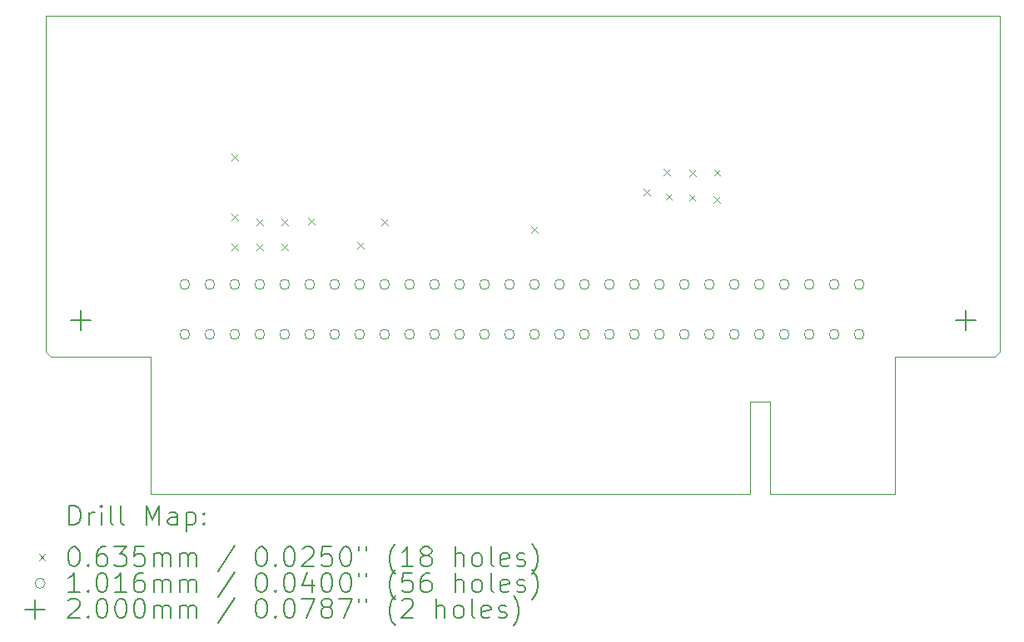
<source format=gbr>
%TF.GenerationSoftware,KiCad,Pcbnew,7.0.1*%
%TF.CreationDate,2023-10-11T14:29:49+03:00*%
%TF.ProjectId,DeltaS48k-convertor,44656c74-6153-4343-986b-2d636f6e7665,rev?*%
%TF.SameCoordinates,Original*%
%TF.FileFunction,Drillmap*%
%TF.FilePolarity,Positive*%
%FSLAX45Y45*%
G04 Gerber Fmt 4.5, Leading zero omitted, Abs format (unit mm)*
G04 Created by KiCad (PCBNEW 7.0.1) date 2023-10-11 14:29:49*
%MOMM*%
%LPD*%
G01*
G04 APERTURE LIST*
%ADD10C,0.100000*%
%ADD11C,0.200000*%
%ADD12C,0.063500*%
%ADD13C,0.101600*%
G04 APERTURE END LIST*
D10*
X17544802Y-3500202D02*
X7842002Y-3500202D01*
X7842002Y-3500202D02*
X7842002Y-6925351D01*
X7842002Y-6925351D02*
X7892802Y-6976151D01*
X15208002Y-8369300D02*
X16478002Y-8369300D01*
X7892802Y-6976151D02*
X8908802Y-6976151D01*
X15004802Y-8369300D02*
X15004802Y-7429500D01*
X15208002Y-7429500D02*
X15208002Y-8369300D01*
X16478002Y-6976151D02*
X17494002Y-6976151D01*
X17544802Y-6925351D02*
X17544802Y-3500202D01*
X8908802Y-8369300D02*
X15004802Y-8369300D01*
X17494002Y-6976151D02*
X17544802Y-6925351D01*
X15004802Y-7429500D02*
X15208002Y-7429500D01*
X16478002Y-8369300D02*
X16478002Y-6976151D01*
X8908802Y-6976151D02*
X8908802Y-8369300D01*
D11*
D12*
X9734550Y-4908550D02*
X9798050Y-4972050D01*
X9798050Y-4908550D02*
X9734550Y-4972050D01*
X9734550Y-5518150D02*
X9798050Y-5581650D01*
X9798050Y-5518150D02*
X9734550Y-5581650D01*
X9734550Y-5822950D02*
X9798050Y-5886450D01*
X9798050Y-5822950D02*
X9734550Y-5886450D01*
X9988550Y-5568950D02*
X10052050Y-5632450D01*
X10052050Y-5568950D02*
X9988550Y-5632450D01*
X9988550Y-5822950D02*
X10052050Y-5886450D01*
X10052050Y-5822950D02*
X9988550Y-5886450D01*
X10242550Y-5568950D02*
X10306050Y-5632450D01*
X10306050Y-5568950D02*
X10242550Y-5632450D01*
X10242550Y-5822950D02*
X10306050Y-5886450D01*
X10306050Y-5822950D02*
X10242550Y-5886450D01*
X10514414Y-5561414D02*
X10577914Y-5624914D01*
X10577914Y-5561414D02*
X10514414Y-5624914D01*
X11012086Y-5805086D02*
X11075586Y-5868586D01*
X11075586Y-5805086D02*
X11012086Y-5868586D01*
X11258550Y-5568950D02*
X11322050Y-5632450D01*
X11322050Y-5568950D02*
X11258550Y-5632450D01*
X12782550Y-5645150D02*
X12846050Y-5708650D01*
X12846050Y-5645150D02*
X12782550Y-5708650D01*
X13925550Y-5264150D02*
X13989050Y-5327650D01*
X13989050Y-5264150D02*
X13925550Y-5327650D01*
X14128750Y-5060950D02*
X14192250Y-5124450D01*
X14192250Y-5060950D02*
X14128750Y-5124450D01*
X14148338Y-5309138D02*
X14211838Y-5372638D01*
X14211838Y-5309138D02*
X14148338Y-5372638D01*
X14387639Y-5319839D02*
X14451139Y-5383339D01*
X14451139Y-5319839D02*
X14387639Y-5383339D01*
X14389638Y-5067838D02*
X14453138Y-5131338D01*
X14453138Y-5067838D02*
X14389638Y-5131338D01*
X14636750Y-5340350D02*
X14700250Y-5403850D01*
X14700250Y-5340350D02*
X14636750Y-5403850D01*
X14641639Y-5065839D02*
X14705139Y-5129339D01*
X14705139Y-5065839D02*
X14641639Y-5129339D01*
D13*
X9309100Y-6235700D02*
G75*
G03*
X9309100Y-6235700I-50800J0D01*
G01*
X9309100Y-6743700D02*
G75*
G03*
X9309100Y-6743700I-50800J0D01*
G01*
X9563100Y-6235700D02*
G75*
G03*
X9563100Y-6235700I-50800J0D01*
G01*
X9563100Y-6743700D02*
G75*
G03*
X9563100Y-6743700I-50800J0D01*
G01*
X9817100Y-6235700D02*
G75*
G03*
X9817100Y-6235700I-50800J0D01*
G01*
X9817100Y-6743700D02*
G75*
G03*
X9817100Y-6743700I-50800J0D01*
G01*
X10071100Y-6235700D02*
G75*
G03*
X10071100Y-6235700I-50800J0D01*
G01*
X10071100Y-6743700D02*
G75*
G03*
X10071100Y-6743700I-50800J0D01*
G01*
X10325100Y-6235700D02*
G75*
G03*
X10325100Y-6235700I-50800J0D01*
G01*
X10325100Y-6743700D02*
G75*
G03*
X10325100Y-6743700I-50800J0D01*
G01*
X10579100Y-6235700D02*
G75*
G03*
X10579100Y-6235700I-50800J0D01*
G01*
X10579100Y-6743700D02*
G75*
G03*
X10579100Y-6743700I-50800J0D01*
G01*
X10833100Y-6235700D02*
G75*
G03*
X10833100Y-6235700I-50800J0D01*
G01*
X10833100Y-6743700D02*
G75*
G03*
X10833100Y-6743700I-50800J0D01*
G01*
X11087100Y-6235700D02*
G75*
G03*
X11087100Y-6235700I-50800J0D01*
G01*
X11087100Y-6743700D02*
G75*
G03*
X11087100Y-6743700I-50800J0D01*
G01*
X11341100Y-6235700D02*
G75*
G03*
X11341100Y-6235700I-50800J0D01*
G01*
X11341100Y-6743700D02*
G75*
G03*
X11341100Y-6743700I-50800J0D01*
G01*
X11595100Y-6235700D02*
G75*
G03*
X11595100Y-6235700I-50800J0D01*
G01*
X11595100Y-6743700D02*
G75*
G03*
X11595100Y-6743700I-50800J0D01*
G01*
X11849100Y-6235700D02*
G75*
G03*
X11849100Y-6235700I-50800J0D01*
G01*
X11849100Y-6743700D02*
G75*
G03*
X11849100Y-6743700I-50800J0D01*
G01*
X12103100Y-6235700D02*
G75*
G03*
X12103100Y-6235700I-50800J0D01*
G01*
X12103100Y-6743700D02*
G75*
G03*
X12103100Y-6743700I-50800J0D01*
G01*
X12357100Y-6235700D02*
G75*
G03*
X12357100Y-6235700I-50800J0D01*
G01*
X12357100Y-6743700D02*
G75*
G03*
X12357100Y-6743700I-50800J0D01*
G01*
X12611100Y-6235700D02*
G75*
G03*
X12611100Y-6235700I-50800J0D01*
G01*
X12611100Y-6743700D02*
G75*
G03*
X12611100Y-6743700I-50800J0D01*
G01*
X12865100Y-6235700D02*
G75*
G03*
X12865100Y-6235700I-50800J0D01*
G01*
X12865100Y-6743700D02*
G75*
G03*
X12865100Y-6743700I-50800J0D01*
G01*
X13119100Y-6235700D02*
G75*
G03*
X13119100Y-6235700I-50800J0D01*
G01*
X13119100Y-6743700D02*
G75*
G03*
X13119100Y-6743700I-50800J0D01*
G01*
X13373100Y-6235700D02*
G75*
G03*
X13373100Y-6235700I-50800J0D01*
G01*
X13373100Y-6743700D02*
G75*
G03*
X13373100Y-6743700I-50800J0D01*
G01*
X13627100Y-6235700D02*
G75*
G03*
X13627100Y-6235700I-50800J0D01*
G01*
X13627100Y-6743700D02*
G75*
G03*
X13627100Y-6743700I-50800J0D01*
G01*
X13881100Y-6235700D02*
G75*
G03*
X13881100Y-6235700I-50800J0D01*
G01*
X13881100Y-6743700D02*
G75*
G03*
X13881100Y-6743700I-50800J0D01*
G01*
X14135100Y-6235700D02*
G75*
G03*
X14135100Y-6235700I-50800J0D01*
G01*
X14135100Y-6743700D02*
G75*
G03*
X14135100Y-6743700I-50800J0D01*
G01*
X14389100Y-6235700D02*
G75*
G03*
X14389100Y-6235700I-50800J0D01*
G01*
X14389100Y-6743700D02*
G75*
G03*
X14389100Y-6743700I-50800J0D01*
G01*
X14643100Y-6235700D02*
G75*
G03*
X14643100Y-6235700I-50800J0D01*
G01*
X14643100Y-6743700D02*
G75*
G03*
X14643100Y-6743700I-50800J0D01*
G01*
X14897100Y-6235700D02*
G75*
G03*
X14897100Y-6235700I-50800J0D01*
G01*
X14897100Y-6743700D02*
G75*
G03*
X14897100Y-6743700I-50800J0D01*
G01*
X15151100Y-6235700D02*
G75*
G03*
X15151100Y-6235700I-50800J0D01*
G01*
X15151100Y-6743700D02*
G75*
G03*
X15151100Y-6743700I-50800J0D01*
G01*
X15405100Y-6235700D02*
G75*
G03*
X15405100Y-6235700I-50800J0D01*
G01*
X15405100Y-6743700D02*
G75*
G03*
X15405100Y-6743700I-50800J0D01*
G01*
X15659100Y-6235700D02*
G75*
G03*
X15659100Y-6235700I-50800J0D01*
G01*
X15659100Y-6743700D02*
G75*
G03*
X15659100Y-6743700I-50800J0D01*
G01*
X15913100Y-6235700D02*
G75*
G03*
X15913100Y-6235700I-50800J0D01*
G01*
X15913100Y-6743700D02*
G75*
G03*
X15913100Y-6743700I-50800J0D01*
G01*
X16167100Y-6235700D02*
G75*
G03*
X16167100Y-6235700I-50800J0D01*
G01*
X16167100Y-6743700D02*
G75*
G03*
X16167100Y-6743700I-50800J0D01*
G01*
D11*
X8200000Y-6500000D02*
X8200000Y-6700000D01*
X8100000Y-6600000D02*
X8300000Y-6600000D01*
X17200000Y-6500000D02*
X17200000Y-6700000D01*
X17100000Y-6600000D02*
X17300000Y-6600000D01*
X8084621Y-8686824D02*
X8084621Y-8486824D01*
X8084621Y-8486824D02*
X8132240Y-8486824D01*
X8132240Y-8486824D02*
X8160811Y-8496348D01*
X8160811Y-8496348D02*
X8179859Y-8515395D01*
X8179859Y-8515395D02*
X8189383Y-8534443D01*
X8189383Y-8534443D02*
X8198907Y-8572538D01*
X8198907Y-8572538D02*
X8198907Y-8601110D01*
X8198907Y-8601110D02*
X8189383Y-8639205D01*
X8189383Y-8639205D02*
X8179859Y-8658252D01*
X8179859Y-8658252D02*
X8160811Y-8677300D01*
X8160811Y-8677300D02*
X8132240Y-8686824D01*
X8132240Y-8686824D02*
X8084621Y-8686824D01*
X8284621Y-8686824D02*
X8284621Y-8553490D01*
X8284621Y-8591586D02*
X8294145Y-8572538D01*
X8294145Y-8572538D02*
X8303669Y-8563014D01*
X8303669Y-8563014D02*
X8322716Y-8553490D01*
X8322716Y-8553490D02*
X8341764Y-8553490D01*
X8408431Y-8686824D02*
X8408431Y-8553490D01*
X8408431Y-8486824D02*
X8398907Y-8496348D01*
X8398907Y-8496348D02*
X8408431Y-8505871D01*
X8408431Y-8505871D02*
X8417954Y-8496348D01*
X8417954Y-8496348D02*
X8408431Y-8486824D01*
X8408431Y-8486824D02*
X8408431Y-8505871D01*
X8532240Y-8686824D02*
X8513192Y-8677300D01*
X8513192Y-8677300D02*
X8503669Y-8658252D01*
X8503669Y-8658252D02*
X8503669Y-8486824D01*
X8637002Y-8686824D02*
X8617954Y-8677300D01*
X8617954Y-8677300D02*
X8608431Y-8658252D01*
X8608431Y-8658252D02*
X8608431Y-8486824D01*
X8865573Y-8686824D02*
X8865573Y-8486824D01*
X8865573Y-8486824D02*
X8932240Y-8629681D01*
X8932240Y-8629681D02*
X8998907Y-8486824D01*
X8998907Y-8486824D02*
X8998907Y-8686824D01*
X9179859Y-8686824D02*
X9179859Y-8582062D01*
X9179859Y-8582062D02*
X9170335Y-8563014D01*
X9170335Y-8563014D02*
X9151288Y-8553490D01*
X9151288Y-8553490D02*
X9113192Y-8553490D01*
X9113192Y-8553490D02*
X9094145Y-8563014D01*
X9179859Y-8677300D02*
X9160812Y-8686824D01*
X9160812Y-8686824D02*
X9113192Y-8686824D01*
X9113192Y-8686824D02*
X9094145Y-8677300D01*
X9094145Y-8677300D02*
X9084621Y-8658252D01*
X9084621Y-8658252D02*
X9084621Y-8639205D01*
X9084621Y-8639205D02*
X9094145Y-8620157D01*
X9094145Y-8620157D02*
X9113192Y-8610633D01*
X9113192Y-8610633D02*
X9160812Y-8610633D01*
X9160812Y-8610633D02*
X9179859Y-8601110D01*
X9275097Y-8553490D02*
X9275097Y-8753490D01*
X9275097Y-8563014D02*
X9294145Y-8553490D01*
X9294145Y-8553490D02*
X9332240Y-8553490D01*
X9332240Y-8553490D02*
X9351288Y-8563014D01*
X9351288Y-8563014D02*
X9360812Y-8572538D01*
X9360812Y-8572538D02*
X9370335Y-8591586D01*
X9370335Y-8591586D02*
X9370335Y-8648729D01*
X9370335Y-8648729D02*
X9360812Y-8667776D01*
X9360812Y-8667776D02*
X9351288Y-8677300D01*
X9351288Y-8677300D02*
X9332240Y-8686824D01*
X9332240Y-8686824D02*
X9294145Y-8686824D01*
X9294145Y-8686824D02*
X9275097Y-8677300D01*
X9456050Y-8667776D02*
X9465573Y-8677300D01*
X9465573Y-8677300D02*
X9456050Y-8686824D01*
X9456050Y-8686824D02*
X9446526Y-8677300D01*
X9446526Y-8677300D02*
X9456050Y-8667776D01*
X9456050Y-8667776D02*
X9456050Y-8686824D01*
X9456050Y-8563014D02*
X9465573Y-8572538D01*
X9465573Y-8572538D02*
X9456050Y-8582062D01*
X9456050Y-8582062D02*
X9446526Y-8572538D01*
X9446526Y-8572538D02*
X9456050Y-8563014D01*
X9456050Y-8563014D02*
X9456050Y-8582062D01*
D12*
X7773502Y-8982550D02*
X7837002Y-9046050D01*
X7837002Y-8982550D02*
X7773502Y-9046050D01*
D11*
X8122716Y-8906824D02*
X8141764Y-8906824D01*
X8141764Y-8906824D02*
X8160811Y-8916348D01*
X8160811Y-8916348D02*
X8170335Y-8925871D01*
X8170335Y-8925871D02*
X8179859Y-8944919D01*
X8179859Y-8944919D02*
X8189383Y-8983014D01*
X8189383Y-8983014D02*
X8189383Y-9030633D01*
X8189383Y-9030633D02*
X8179859Y-9068729D01*
X8179859Y-9068729D02*
X8170335Y-9087776D01*
X8170335Y-9087776D02*
X8160811Y-9097300D01*
X8160811Y-9097300D02*
X8141764Y-9106824D01*
X8141764Y-9106824D02*
X8122716Y-9106824D01*
X8122716Y-9106824D02*
X8103669Y-9097300D01*
X8103669Y-9097300D02*
X8094145Y-9087776D01*
X8094145Y-9087776D02*
X8084621Y-9068729D01*
X8084621Y-9068729D02*
X8075097Y-9030633D01*
X8075097Y-9030633D02*
X8075097Y-8983014D01*
X8075097Y-8983014D02*
X8084621Y-8944919D01*
X8084621Y-8944919D02*
X8094145Y-8925871D01*
X8094145Y-8925871D02*
X8103669Y-8916348D01*
X8103669Y-8916348D02*
X8122716Y-8906824D01*
X8275097Y-9087776D02*
X8284621Y-9097300D01*
X8284621Y-9097300D02*
X8275097Y-9106824D01*
X8275097Y-9106824D02*
X8265573Y-9097300D01*
X8265573Y-9097300D02*
X8275097Y-9087776D01*
X8275097Y-9087776D02*
X8275097Y-9106824D01*
X8456050Y-8906824D02*
X8417954Y-8906824D01*
X8417954Y-8906824D02*
X8398907Y-8916348D01*
X8398907Y-8916348D02*
X8389383Y-8925871D01*
X8389383Y-8925871D02*
X8370335Y-8954443D01*
X8370335Y-8954443D02*
X8360811Y-8992538D01*
X8360811Y-8992538D02*
X8360811Y-9068729D01*
X8360811Y-9068729D02*
X8370335Y-9087776D01*
X8370335Y-9087776D02*
X8379859Y-9097300D01*
X8379859Y-9097300D02*
X8398907Y-9106824D01*
X8398907Y-9106824D02*
X8437002Y-9106824D01*
X8437002Y-9106824D02*
X8456050Y-9097300D01*
X8456050Y-9097300D02*
X8465573Y-9087776D01*
X8465573Y-9087776D02*
X8475097Y-9068729D01*
X8475097Y-9068729D02*
X8475097Y-9021110D01*
X8475097Y-9021110D02*
X8465573Y-9002062D01*
X8465573Y-9002062D02*
X8456050Y-8992538D01*
X8456050Y-8992538D02*
X8437002Y-8983014D01*
X8437002Y-8983014D02*
X8398907Y-8983014D01*
X8398907Y-8983014D02*
X8379859Y-8992538D01*
X8379859Y-8992538D02*
X8370335Y-9002062D01*
X8370335Y-9002062D02*
X8360811Y-9021110D01*
X8541764Y-8906824D02*
X8665573Y-8906824D01*
X8665573Y-8906824D02*
X8598907Y-8983014D01*
X8598907Y-8983014D02*
X8627478Y-8983014D01*
X8627478Y-8983014D02*
X8646526Y-8992538D01*
X8646526Y-8992538D02*
X8656050Y-9002062D01*
X8656050Y-9002062D02*
X8665573Y-9021110D01*
X8665573Y-9021110D02*
X8665573Y-9068729D01*
X8665573Y-9068729D02*
X8656050Y-9087776D01*
X8656050Y-9087776D02*
X8646526Y-9097300D01*
X8646526Y-9097300D02*
X8627478Y-9106824D01*
X8627478Y-9106824D02*
X8570335Y-9106824D01*
X8570335Y-9106824D02*
X8551288Y-9097300D01*
X8551288Y-9097300D02*
X8541764Y-9087776D01*
X8846526Y-8906824D02*
X8751288Y-8906824D01*
X8751288Y-8906824D02*
X8741764Y-9002062D01*
X8741764Y-9002062D02*
X8751288Y-8992538D01*
X8751288Y-8992538D02*
X8770335Y-8983014D01*
X8770335Y-8983014D02*
X8817954Y-8983014D01*
X8817954Y-8983014D02*
X8837002Y-8992538D01*
X8837002Y-8992538D02*
X8846526Y-9002062D01*
X8846526Y-9002062D02*
X8856050Y-9021110D01*
X8856050Y-9021110D02*
X8856050Y-9068729D01*
X8856050Y-9068729D02*
X8846526Y-9087776D01*
X8846526Y-9087776D02*
X8837002Y-9097300D01*
X8837002Y-9097300D02*
X8817954Y-9106824D01*
X8817954Y-9106824D02*
X8770335Y-9106824D01*
X8770335Y-9106824D02*
X8751288Y-9097300D01*
X8751288Y-9097300D02*
X8741764Y-9087776D01*
X8941764Y-9106824D02*
X8941764Y-8973490D01*
X8941764Y-8992538D02*
X8951288Y-8983014D01*
X8951288Y-8983014D02*
X8970335Y-8973490D01*
X8970335Y-8973490D02*
X8998907Y-8973490D01*
X8998907Y-8973490D02*
X9017954Y-8983014D01*
X9017954Y-8983014D02*
X9027478Y-9002062D01*
X9027478Y-9002062D02*
X9027478Y-9106824D01*
X9027478Y-9002062D02*
X9037002Y-8983014D01*
X9037002Y-8983014D02*
X9056050Y-8973490D01*
X9056050Y-8973490D02*
X9084621Y-8973490D01*
X9084621Y-8973490D02*
X9103669Y-8983014D01*
X9103669Y-8983014D02*
X9113193Y-9002062D01*
X9113193Y-9002062D02*
X9113193Y-9106824D01*
X9208431Y-9106824D02*
X9208431Y-8973490D01*
X9208431Y-8992538D02*
X9217954Y-8983014D01*
X9217954Y-8983014D02*
X9237002Y-8973490D01*
X9237002Y-8973490D02*
X9265574Y-8973490D01*
X9265574Y-8973490D02*
X9284621Y-8983014D01*
X9284621Y-8983014D02*
X9294145Y-9002062D01*
X9294145Y-9002062D02*
X9294145Y-9106824D01*
X9294145Y-9002062D02*
X9303669Y-8983014D01*
X9303669Y-8983014D02*
X9322716Y-8973490D01*
X9322716Y-8973490D02*
X9351288Y-8973490D01*
X9351288Y-8973490D02*
X9370335Y-8983014D01*
X9370335Y-8983014D02*
X9379859Y-9002062D01*
X9379859Y-9002062D02*
X9379859Y-9106824D01*
X9770335Y-8897300D02*
X9598907Y-9154443D01*
X10027478Y-8906824D02*
X10046526Y-8906824D01*
X10046526Y-8906824D02*
X10065574Y-8916348D01*
X10065574Y-8916348D02*
X10075097Y-8925871D01*
X10075097Y-8925871D02*
X10084621Y-8944919D01*
X10084621Y-8944919D02*
X10094145Y-8983014D01*
X10094145Y-8983014D02*
X10094145Y-9030633D01*
X10094145Y-9030633D02*
X10084621Y-9068729D01*
X10084621Y-9068729D02*
X10075097Y-9087776D01*
X10075097Y-9087776D02*
X10065574Y-9097300D01*
X10065574Y-9097300D02*
X10046526Y-9106824D01*
X10046526Y-9106824D02*
X10027478Y-9106824D01*
X10027478Y-9106824D02*
X10008431Y-9097300D01*
X10008431Y-9097300D02*
X9998907Y-9087776D01*
X9998907Y-9087776D02*
X9989383Y-9068729D01*
X9989383Y-9068729D02*
X9979859Y-9030633D01*
X9979859Y-9030633D02*
X9979859Y-8983014D01*
X9979859Y-8983014D02*
X9989383Y-8944919D01*
X9989383Y-8944919D02*
X9998907Y-8925871D01*
X9998907Y-8925871D02*
X10008431Y-8916348D01*
X10008431Y-8916348D02*
X10027478Y-8906824D01*
X10179859Y-9087776D02*
X10189383Y-9097300D01*
X10189383Y-9097300D02*
X10179859Y-9106824D01*
X10179859Y-9106824D02*
X10170336Y-9097300D01*
X10170336Y-9097300D02*
X10179859Y-9087776D01*
X10179859Y-9087776D02*
X10179859Y-9106824D01*
X10313193Y-8906824D02*
X10332240Y-8906824D01*
X10332240Y-8906824D02*
X10351288Y-8916348D01*
X10351288Y-8916348D02*
X10360812Y-8925871D01*
X10360812Y-8925871D02*
X10370336Y-8944919D01*
X10370336Y-8944919D02*
X10379859Y-8983014D01*
X10379859Y-8983014D02*
X10379859Y-9030633D01*
X10379859Y-9030633D02*
X10370336Y-9068729D01*
X10370336Y-9068729D02*
X10360812Y-9087776D01*
X10360812Y-9087776D02*
X10351288Y-9097300D01*
X10351288Y-9097300D02*
X10332240Y-9106824D01*
X10332240Y-9106824D02*
X10313193Y-9106824D01*
X10313193Y-9106824D02*
X10294145Y-9097300D01*
X10294145Y-9097300D02*
X10284621Y-9087776D01*
X10284621Y-9087776D02*
X10275097Y-9068729D01*
X10275097Y-9068729D02*
X10265574Y-9030633D01*
X10265574Y-9030633D02*
X10265574Y-8983014D01*
X10265574Y-8983014D02*
X10275097Y-8944919D01*
X10275097Y-8944919D02*
X10284621Y-8925871D01*
X10284621Y-8925871D02*
X10294145Y-8916348D01*
X10294145Y-8916348D02*
X10313193Y-8906824D01*
X10456050Y-8925871D02*
X10465574Y-8916348D01*
X10465574Y-8916348D02*
X10484621Y-8906824D01*
X10484621Y-8906824D02*
X10532240Y-8906824D01*
X10532240Y-8906824D02*
X10551288Y-8916348D01*
X10551288Y-8916348D02*
X10560812Y-8925871D01*
X10560812Y-8925871D02*
X10570336Y-8944919D01*
X10570336Y-8944919D02*
X10570336Y-8963967D01*
X10570336Y-8963967D02*
X10560812Y-8992538D01*
X10560812Y-8992538D02*
X10446526Y-9106824D01*
X10446526Y-9106824D02*
X10570336Y-9106824D01*
X10751288Y-8906824D02*
X10656050Y-8906824D01*
X10656050Y-8906824D02*
X10646526Y-9002062D01*
X10646526Y-9002062D02*
X10656050Y-8992538D01*
X10656050Y-8992538D02*
X10675097Y-8983014D01*
X10675097Y-8983014D02*
X10722717Y-8983014D01*
X10722717Y-8983014D02*
X10741764Y-8992538D01*
X10741764Y-8992538D02*
X10751288Y-9002062D01*
X10751288Y-9002062D02*
X10760812Y-9021110D01*
X10760812Y-9021110D02*
X10760812Y-9068729D01*
X10760812Y-9068729D02*
X10751288Y-9087776D01*
X10751288Y-9087776D02*
X10741764Y-9097300D01*
X10741764Y-9097300D02*
X10722717Y-9106824D01*
X10722717Y-9106824D02*
X10675097Y-9106824D01*
X10675097Y-9106824D02*
X10656050Y-9097300D01*
X10656050Y-9097300D02*
X10646526Y-9087776D01*
X10884621Y-8906824D02*
X10903669Y-8906824D01*
X10903669Y-8906824D02*
X10922717Y-8916348D01*
X10922717Y-8916348D02*
X10932240Y-8925871D01*
X10932240Y-8925871D02*
X10941764Y-8944919D01*
X10941764Y-8944919D02*
X10951288Y-8983014D01*
X10951288Y-8983014D02*
X10951288Y-9030633D01*
X10951288Y-9030633D02*
X10941764Y-9068729D01*
X10941764Y-9068729D02*
X10932240Y-9087776D01*
X10932240Y-9087776D02*
X10922717Y-9097300D01*
X10922717Y-9097300D02*
X10903669Y-9106824D01*
X10903669Y-9106824D02*
X10884621Y-9106824D01*
X10884621Y-9106824D02*
X10865574Y-9097300D01*
X10865574Y-9097300D02*
X10856050Y-9087776D01*
X10856050Y-9087776D02*
X10846526Y-9068729D01*
X10846526Y-9068729D02*
X10837002Y-9030633D01*
X10837002Y-9030633D02*
X10837002Y-8983014D01*
X10837002Y-8983014D02*
X10846526Y-8944919D01*
X10846526Y-8944919D02*
X10856050Y-8925871D01*
X10856050Y-8925871D02*
X10865574Y-8916348D01*
X10865574Y-8916348D02*
X10884621Y-8906824D01*
X11027478Y-8906824D02*
X11027478Y-8944919D01*
X11103669Y-8906824D02*
X11103669Y-8944919D01*
X11398907Y-9183014D02*
X11389383Y-9173490D01*
X11389383Y-9173490D02*
X11370336Y-9144919D01*
X11370336Y-9144919D02*
X11360812Y-9125871D01*
X11360812Y-9125871D02*
X11351288Y-9097300D01*
X11351288Y-9097300D02*
X11341764Y-9049681D01*
X11341764Y-9049681D02*
X11341764Y-9011586D01*
X11341764Y-9011586D02*
X11351288Y-8963967D01*
X11351288Y-8963967D02*
X11360812Y-8935395D01*
X11360812Y-8935395D02*
X11370336Y-8916348D01*
X11370336Y-8916348D02*
X11389383Y-8887776D01*
X11389383Y-8887776D02*
X11398907Y-8878252D01*
X11579859Y-9106824D02*
X11465574Y-9106824D01*
X11522716Y-9106824D02*
X11522716Y-8906824D01*
X11522716Y-8906824D02*
X11503669Y-8935395D01*
X11503669Y-8935395D02*
X11484621Y-8954443D01*
X11484621Y-8954443D02*
X11465574Y-8963967D01*
X11694145Y-8992538D02*
X11675097Y-8983014D01*
X11675097Y-8983014D02*
X11665574Y-8973490D01*
X11665574Y-8973490D02*
X11656050Y-8954443D01*
X11656050Y-8954443D02*
X11656050Y-8944919D01*
X11656050Y-8944919D02*
X11665574Y-8925871D01*
X11665574Y-8925871D02*
X11675097Y-8916348D01*
X11675097Y-8916348D02*
X11694145Y-8906824D01*
X11694145Y-8906824D02*
X11732240Y-8906824D01*
X11732240Y-8906824D02*
X11751288Y-8916348D01*
X11751288Y-8916348D02*
X11760812Y-8925871D01*
X11760812Y-8925871D02*
X11770336Y-8944919D01*
X11770336Y-8944919D02*
X11770336Y-8954443D01*
X11770336Y-8954443D02*
X11760812Y-8973490D01*
X11760812Y-8973490D02*
X11751288Y-8983014D01*
X11751288Y-8983014D02*
X11732240Y-8992538D01*
X11732240Y-8992538D02*
X11694145Y-8992538D01*
X11694145Y-8992538D02*
X11675097Y-9002062D01*
X11675097Y-9002062D02*
X11665574Y-9011586D01*
X11665574Y-9011586D02*
X11656050Y-9030633D01*
X11656050Y-9030633D02*
X11656050Y-9068729D01*
X11656050Y-9068729D02*
X11665574Y-9087776D01*
X11665574Y-9087776D02*
X11675097Y-9097300D01*
X11675097Y-9097300D02*
X11694145Y-9106824D01*
X11694145Y-9106824D02*
X11732240Y-9106824D01*
X11732240Y-9106824D02*
X11751288Y-9097300D01*
X11751288Y-9097300D02*
X11760812Y-9087776D01*
X11760812Y-9087776D02*
X11770336Y-9068729D01*
X11770336Y-9068729D02*
X11770336Y-9030633D01*
X11770336Y-9030633D02*
X11760812Y-9011586D01*
X11760812Y-9011586D02*
X11751288Y-9002062D01*
X11751288Y-9002062D02*
X11732240Y-8992538D01*
X12008431Y-9106824D02*
X12008431Y-8906824D01*
X12094145Y-9106824D02*
X12094145Y-9002062D01*
X12094145Y-9002062D02*
X12084621Y-8983014D01*
X12084621Y-8983014D02*
X12065574Y-8973490D01*
X12065574Y-8973490D02*
X12037002Y-8973490D01*
X12037002Y-8973490D02*
X12017955Y-8983014D01*
X12017955Y-8983014D02*
X12008431Y-8992538D01*
X12217955Y-9106824D02*
X12198907Y-9097300D01*
X12198907Y-9097300D02*
X12189383Y-9087776D01*
X12189383Y-9087776D02*
X12179859Y-9068729D01*
X12179859Y-9068729D02*
X12179859Y-9011586D01*
X12179859Y-9011586D02*
X12189383Y-8992538D01*
X12189383Y-8992538D02*
X12198907Y-8983014D01*
X12198907Y-8983014D02*
X12217955Y-8973490D01*
X12217955Y-8973490D02*
X12246526Y-8973490D01*
X12246526Y-8973490D02*
X12265574Y-8983014D01*
X12265574Y-8983014D02*
X12275098Y-8992538D01*
X12275098Y-8992538D02*
X12284621Y-9011586D01*
X12284621Y-9011586D02*
X12284621Y-9068729D01*
X12284621Y-9068729D02*
X12275098Y-9087776D01*
X12275098Y-9087776D02*
X12265574Y-9097300D01*
X12265574Y-9097300D02*
X12246526Y-9106824D01*
X12246526Y-9106824D02*
X12217955Y-9106824D01*
X12398907Y-9106824D02*
X12379859Y-9097300D01*
X12379859Y-9097300D02*
X12370336Y-9078252D01*
X12370336Y-9078252D02*
X12370336Y-8906824D01*
X12551288Y-9097300D02*
X12532240Y-9106824D01*
X12532240Y-9106824D02*
X12494145Y-9106824D01*
X12494145Y-9106824D02*
X12475098Y-9097300D01*
X12475098Y-9097300D02*
X12465574Y-9078252D01*
X12465574Y-9078252D02*
X12465574Y-9002062D01*
X12465574Y-9002062D02*
X12475098Y-8983014D01*
X12475098Y-8983014D02*
X12494145Y-8973490D01*
X12494145Y-8973490D02*
X12532240Y-8973490D01*
X12532240Y-8973490D02*
X12551288Y-8983014D01*
X12551288Y-8983014D02*
X12560812Y-9002062D01*
X12560812Y-9002062D02*
X12560812Y-9021110D01*
X12560812Y-9021110D02*
X12465574Y-9040157D01*
X12637002Y-9097300D02*
X12656050Y-9106824D01*
X12656050Y-9106824D02*
X12694145Y-9106824D01*
X12694145Y-9106824D02*
X12713193Y-9097300D01*
X12713193Y-9097300D02*
X12722717Y-9078252D01*
X12722717Y-9078252D02*
X12722717Y-9068729D01*
X12722717Y-9068729D02*
X12713193Y-9049681D01*
X12713193Y-9049681D02*
X12694145Y-9040157D01*
X12694145Y-9040157D02*
X12665574Y-9040157D01*
X12665574Y-9040157D02*
X12646526Y-9030633D01*
X12646526Y-9030633D02*
X12637002Y-9011586D01*
X12637002Y-9011586D02*
X12637002Y-9002062D01*
X12637002Y-9002062D02*
X12646526Y-8983014D01*
X12646526Y-8983014D02*
X12665574Y-8973490D01*
X12665574Y-8973490D02*
X12694145Y-8973490D01*
X12694145Y-8973490D02*
X12713193Y-8983014D01*
X12789383Y-9183014D02*
X12798907Y-9173490D01*
X12798907Y-9173490D02*
X12817955Y-9144919D01*
X12817955Y-9144919D02*
X12827479Y-9125871D01*
X12827479Y-9125871D02*
X12837002Y-9097300D01*
X12837002Y-9097300D02*
X12846526Y-9049681D01*
X12846526Y-9049681D02*
X12846526Y-9011586D01*
X12846526Y-9011586D02*
X12837002Y-8963967D01*
X12837002Y-8963967D02*
X12827479Y-8935395D01*
X12827479Y-8935395D02*
X12817955Y-8916348D01*
X12817955Y-8916348D02*
X12798907Y-8887776D01*
X12798907Y-8887776D02*
X12789383Y-8878252D01*
D13*
X7837002Y-9278300D02*
G75*
G03*
X7837002Y-9278300I-50800J0D01*
G01*
D11*
X8189383Y-9370824D02*
X8075097Y-9370824D01*
X8132240Y-9370824D02*
X8132240Y-9170824D01*
X8132240Y-9170824D02*
X8113192Y-9199395D01*
X8113192Y-9199395D02*
X8094145Y-9218443D01*
X8094145Y-9218443D02*
X8075097Y-9227967D01*
X8275097Y-9351776D02*
X8284621Y-9361300D01*
X8284621Y-9361300D02*
X8275097Y-9370824D01*
X8275097Y-9370824D02*
X8265573Y-9361300D01*
X8265573Y-9361300D02*
X8275097Y-9351776D01*
X8275097Y-9351776D02*
X8275097Y-9370824D01*
X8408431Y-9170824D02*
X8427478Y-9170824D01*
X8427478Y-9170824D02*
X8446526Y-9180348D01*
X8446526Y-9180348D02*
X8456050Y-9189871D01*
X8456050Y-9189871D02*
X8465573Y-9208919D01*
X8465573Y-9208919D02*
X8475097Y-9247014D01*
X8475097Y-9247014D02*
X8475097Y-9294633D01*
X8475097Y-9294633D02*
X8465573Y-9332729D01*
X8465573Y-9332729D02*
X8456050Y-9351776D01*
X8456050Y-9351776D02*
X8446526Y-9361300D01*
X8446526Y-9361300D02*
X8427478Y-9370824D01*
X8427478Y-9370824D02*
X8408431Y-9370824D01*
X8408431Y-9370824D02*
X8389383Y-9361300D01*
X8389383Y-9361300D02*
X8379859Y-9351776D01*
X8379859Y-9351776D02*
X8370335Y-9332729D01*
X8370335Y-9332729D02*
X8360811Y-9294633D01*
X8360811Y-9294633D02*
X8360811Y-9247014D01*
X8360811Y-9247014D02*
X8370335Y-9208919D01*
X8370335Y-9208919D02*
X8379859Y-9189871D01*
X8379859Y-9189871D02*
X8389383Y-9180348D01*
X8389383Y-9180348D02*
X8408431Y-9170824D01*
X8665573Y-9370824D02*
X8551288Y-9370824D01*
X8608431Y-9370824D02*
X8608431Y-9170824D01*
X8608431Y-9170824D02*
X8589383Y-9199395D01*
X8589383Y-9199395D02*
X8570335Y-9218443D01*
X8570335Y-9218443D02*
X8551288Y-9227967D01*
X8837002Y-9170824D02*
X8798907Y-9170824D01*
X8798907Y-9170824D02*
X8779859Y-9180348D01*
X8779859Y-9180348D02*
X8770335Y-9189871D01*
X8770335Y-9189871D02*
X8751288Y-9218443D01*
X8751288Y-9218443D02*
X8741764Y-9256538D01*
X8741764Y-9256538D02*
X8741764Y-9332729D01*
X8741764Y-9332729D02*
X8751288Y-9351776D01*
X8751288Y-9351776D02*
X8760812Y-9361300D01*
X8760812Y-9361300D02*
X8779859Y-9370824D01*
X8779859Y-9370824D02*
X8817954Y-9370824D01*
X8817954Y-9370824D02*
X8837002Y-9361300D01*
X8837002Y-9361300D02*
X8846526Y-9351776D01*
X8846526Y-9351776D02*
X8856050Y-9332729D01*
X8856050Y-9332729D02*
X8856050Y-9285110D01*
X8856050Y-9285110D02*
X8846526Y-9266062D01*
X8846526Y-9266062D02*
X8837002Y-9256538D01*
X8837002Y-9256538D02*
X8817954Y-9247014D01*
X8817954Y-9247014D02*
X8779859Y-9247014D01*
X8779859Y-9247014D02*
X8760812Y-9256538D01*
X8760812Y-9256538D02*
X8751288Y-9266062D01*
X8751288Y-9266062D02*
X8741764Y-9285110D01*
X8941764Y-9370824D02*
X8941764Y-9237490D01*
X8941764Y-9256538D02*
X8951288Y-9247014D01*
X8951288Y-9247014D02*
X8970335Y-9237490D01*
X8970335Y-9237490D02*
X8998907Y-9237490D01*
X8998907Y-9237490D02*
X9017954Y-9247014D01*
X9017954Y-9247014D02*
X9027478Y-9266062D01*
X9027478Y-9266062D02*
X9027478Y-9370824D01*
X9027478Y-9266062D02*
X9037002Y-9247014D01*
X9037002Y-9247014D02*
X9056050Y-9237490D01*
X9056050Y-9237490D02*
X9084621Y-9237490D01*
X9084621Y-9237490D02*
X9103669Y-9247014D01*
X9103669Y-9247014D02*
X9113193Y-9266062D01*
X9113193Y-9266062D02*
X9113193Y-9370824D01*
X9208431Y-9370824D02*
X9208431Y-9237490D01*
X9208431Y-9256538D02*
X9217954Y-9247014D01*
X9217954Y-9247014D02*
X9237002Y-9237490D01*
X9237002Y-9237490D02*
X9265574Y-9237490D01*
X9265574Y-9237490D02*
X9284621Y-9247014D01*
X9284621Y-9247014D02*
X9294145Y-9266062D01*
X9294145Y-9266062D02*
X9294145Y-9370824D01*
X9294145Y-9266062D02*
X9303669Y-9247014D01*
X9303669Y-9247014D02*
X9322716Y-9237490D01*
X9322716Y-9237490D02*
X9351288Y-9237490D01*
X9351288Y-9237490D02*
X9370335Y-9247014D01*
X9370335Y-9247014D02*
X9379859Y-9266062D01*
X9379859Y-9266062D02*
X9379859Y-9370824D01*
X9770335Y-9161300D02*
X9598907Y-9418443D01*
X10027478Y-9170824D02*
X10046526Y-9170824D01*
X10046526Y-9170824D02*
X10065574Y-9180348D01*
X10065574Y-9180348D02*
X10075097Y-9189871D01*
X10075097Y-9189871D02*
X10084621Y-9208919D01*
X10084621Y-9208919D02*
X10094145Y-9247014D01*
X10094145Y-9247014D02*
X10094145Y-9294633D01*
X10094145Y-9294633D02*
X10084621Y-9332729D01*
X10084621Y-9332729D02*
X10075097Y-9351776D01*
X10075097Y-9351776D02*
X10065574Y-9361300D01*
X10065574Y-9361300D02*
X10046526Y-9370824D01*
X10046526Y-9370824D02*
X10027478Y-9370824D01*
X10027478Y-9370824D02*
X10008431Y-9361300D01*
X10008431Y-9361300D02*
X9998907Y-9351776D01*
X9998907Y-9351776D02*
X9989383Y-9332729D01*
X9989383Y-9332729D02*
X9979859Y-9294633D01*
X9979859Y-9294633D02*
X9979859Y-9247014D01*
X9979859Y-9247014D02*
X9989383Y-9208919D01*
X9989383Y-9208919D02*
X9998907Y-9189871D01*
X9998907Y-9189871D02*
X10008431Y-9180348D01*
X10008431Y-9180348D02*
X10027478Y-9170824D01*
X10179859Y-9351776D02*
X10189383Y-9361300D01*
X10189383Y-9361300D02*
X10179859Y-9370824D01*
X10179859Y-9370824D02*
X10170336Y-9361300D01*
X10170336Y-9361300D02*
X10179859Y-9351776D01*
X10179859Y-9351776D02*
X10179859Y-9370824D01*
X10313193Y-9170824D02*
X10332240Y-9170824D01*
X10332240Y-9170824D02*
X10351288Y-9180348D01*
X10351288Y-9180348D02*
X10360812Y-9189871D01*
X10360812Y-9189871D02*
X10370336Y-9208919D01*
X10370336Y-9208919D02*
X10379859Y-9247014D01*
X10379859Y-9247014D02*
X10379859Y-9294633D01*
X10379859Y-9294633D02*
X10370336Y-9332729D01*
X10370336Y-9332729D02*
X10360812Y-9351776D01*
X10360812Y-9351776D02*
X10351288Y-9361300D01*
X10351288Y-9361300D02*
X10332240Y-9370824D01*
X10332240Y-9370824D02*
X10313193Y-9370824D01*
X10313193Y-9370824D02*
X10294145Y-9361300D01*
X10294145Y-9361300D02*
X10284621Y-9351776D01*
X10284621Y-9351776D02*
X10275097Y-9332729D01*
X10275097Y-9332729D02*
X10265574Y-9294633D01*
X10265574Y-9294633D02*
X10265574Y-9247014D01*
X10265574Y-9247014D02*
X10275097Y-9208919D01*
X10275097Y-9208919D02*
X10284621Y-9189871D01*
X10284621Y-9189871D02*
X10294145Y-9180348D01*
X10294145Y-9180348D02*
X10313193Y-9170824D01*
X10551288Y-9237490D02*
X10551288Y-9370824D01*
X10503669Y-9161300D02*
X10456050Y-9304157D01*
X10456050Y-9304157D02*
X10579859Y-9304157D01*
X10694145Y-9170824D02*
X10713193Y-9170824D01*
X10713193Y-9170824D02*
X10732240Y-9180348D01*
X10732240Y-9180348D02*
X10741764Y-9189871D01*
X10741764Y-9189871D02*
X10751288Y-9208919D01*
X10751288Y-9208919D02*
X10760812Y-9247014D01*
X10760812Y-9247014D02*
X10760812Y-9294633D01*
X10760812Y-9294633D02*
X10751288Y-9332729D01*
X10751288Y-9332729D02*
X10741764Y-9351776D01*
X10741764Y-9351776D02*
X10732240Y-9361300D01*
X10732240Y-9361300D02*
X10713193Y-9370824D01*
X10713193Y-9370824D02*
X10694145Y-9370824D01*
X10694145Y-9370824D02*
X10675097Y-9361300D01*
X10675097Y-9361300D02*
X10665574Y-9351776D01*
X10665574Y-9351776D02*
X10656050Y-9332729D01*
X10656050Y-9332729D02*
X10646526Y-9294633D01*
X10646526Y-9294633D02*
X10646526Y-9247014D01*
X10646526Y-9247014D02*
X10656050Y-9208919D01*
X10656050Y-9208919D02*
X10665574Y-9189871D01*
X10665574Y-9189871D02*
X10675097Y-9180348D01*
X10675097Y-9180348D02*
X10694145Y-9170824D01*
X10884621Y-9170824D02*
X10903669Y-9170824D01*
X10903669Y-9170824D02*
X10922717Y-9180348D01*
X10922717Y-9180348D02*
X10932240Y-9189871D01*
X10932240Y-9189871D02*
X10941764Y-9208919D01*
X10941764Y-9208919D02*
X10951288Y-9247014D01*
X10951288Y-9247014D02*
X10951288Y-9294633D01*
X10951288Y-9294633D02*
X10941764Y-9332729D01*
X10941764Y-9332729D02*
X10932240Y-9351776D01*
X10932240Y-9351776D02*
X10922717Y-9361300D01*
X10922717Y-9361300D02*
X10903669Y-9370824D01*
X10903669Y-9370824D02*
X10884621Y-9370824D01*
X10884621Y-9370824D02*
X10865574Y-9361300D01*
X10865574Y-9361300D02*
X10856050Y-9351776D01*
X10856050Y-9351776D02*
X10846526Y-9332729D01*
X10846526Y-9332729D02*
X10837002Y-9294633D01*
X10837002Y-9294633D02*
X10837002Y-9247014D01*
X10837002Y-9247014D02*
X10846526Y-9208919D01*
X10846526Y-9208919D02*
X10856050Y-9189871D01*
X10856050Y-9189871D02*
X10865574Y-9180348D01*
X10865574Y-9180348D02*
X10884621Y-9170824D01*
X11027478Y-9170824D02*
X11027478Y-9208919D01*
X11103669Y-9170824D02*
X11103669Y-9208919D01*
X11398907Y-9447014D02*
X11389383Y-9437490D01*
X11389383Y-9437490D02*
X11370336Y-9408919D01*
X11370336Y-9408919D02*
X11360812Y-9389871D01*
X11360812Y-9389871D02*
X11351288Y-9361300D01*
X11351288Y-9361300D02*
X11341764Y-9313681D01*
X11341764Y-9313681D02*
X11341764Y-9275586D01*
X11341764Y-9275586D02*
X11351288Y-9227967D01*
X11351288Y-9227967D02*
X11360812Y-9199395D01*
X11360812Y-9199395D02*
X11370336Y-9180348D01*
X11370336Y-9180348D02*
X11389383Y-9151776D01*
X11389383Y-9151776D02*
X11398907Y-9142252D01*
X11570336Y-9170824D02*
X11475097Y-9170824D01*
X11475097Y-9170824D02*
X11465574Y-9266062D01*
X11465574Y-9266062D02*
X11475097Y-9256538D01*
X11475097Y-9256538D02*
X11494145Y-9247014D01*
X11494145Y-9247014D02*
X11541764Y-9247014D01*
X11541764Y-9247014D02*
X11560812Y-9256538D01*
X11560812Y-9256538D02*
X11570336Y-9266062D01*
X11570336Y-9266062D02*
X11579859Y-9285110D01*
X11579859Y-9285110D02*
X11579859Y-9332729D01*
X11579859Y-9332729D02*
X11570336Y-9351776D01*
X11570336Y-9351776D02*
X11560812Y-9361300D01*
X11560812Y-9361300D02*
X11541764Y-9370824D01*
X11541764Y-9370824D02*
X11494145Y-9370824D01*
X11494145Y-9370824D02*
X11475097Y-9361300D01*
X11475097Y-9361300D02*
X11465574Y-9351776D01*
X11751288Y-9170824D02*
X11713193Y-9170824D01*
X11713193Y-9170824D02*
X11694145Y-9180348D01*
X11694145Y-9180348D02*
X11684621Y-9189871D01*
X11684621Y-9189871D02*
X11665574Y-9218443D01*
X11665574Y-9218443D02*
X11656050Y-9256538D01*
X11656050Y-9256538D02*
X11656050Y-9332729D01*
X11656050Y-9332729D02*
X11665574Y-9351776D01*
X11665574Y-9351776D02*
X11675097Y-9361300D01*
X11675097Y-9361300D02*
X11694145Y-9370824D01*
X11694145Y-9370824D02*
X11732240Y-9370824D01*
X11732240Y-9370824D02*
X11751288Y-9361300D01*
X11751288Y-9361300D02*
X11760812Y-9351776D01*
X11760812Y-9351776D02*
X11770336Y-9332729D01*
X11770336Y-9332729D02*
X11770336Y-9285110D01*
X11770336Y-9285110D02*
X11760812Y-9266062D01*
X11760812Y-9266062D02*
X11751288Y-9256538D01*
X11751288Y-9256538D02*
X11732240Y-9247014D01*
X11732240Y-9247014D02*
X11694145Y-9247014D01*
X11694145Y-9247014D02*
X11675097Y-9256538D01*
X11675097Y-9256538D02*
X11665574Y-9266062D01*
X11665574Y-9266062D02*
X11656050Y-9285110D01*
X12008431Y-9370824D02*
X12008431Y-9170824D01*
X12094145Y-9370824D02*
X12094145Y-9266062D01*
X12094145Y-9266062D02*
X12084621Y-9247014D01*
X12084621Y-9247014D02*
X12065574Y-9237490D01*
X12065574Y-9237490D02*
X12037002Y-9237490D01*
X12037002Y-9237490D02*
X12017955Y-9247014D01*
X12017955Y-9247014D02*
X12008431Y-9256538D01*
X12217955Y-9370824D02*
X12198907Y-9361300D01*
X12198907Y-9361300D02*
X12189383Y-9351776D01*
X12189383Y-9351776D02*
X12179859Y-9332729D01*
X12179859Y-9332729D02*
X12179859Y-9275586D01*
X12179859Y-9275586D02*
X12189383Y-9256538D01*
X12189383Y-9256538D02*
X12198907Y-9247014D01*
X12198907Y-9247014D02*
X12217955Y-9237490D01*
X12217955Y-9237490D02*
X12246526Y-9237490D01*
X12246526Y-9237490D02*
X12265574Y-9247014D01*
X12265574Y-9247014D02*
X12275098Y-9256538D01*
X12275098Y-9256538D02*
X12284621Y-9275586D01*
X12284621Y-9275586D02*
X12284621Y-9332729D01*
X12284621Y-9332729D02*
X12275098Y-9351776D01*
X12275098Y-9351776D02*
X12265574Y-9361300D01*
X12265574Y-9361300D02*
X12246526Y-9370824D01*
X12246526Y-9370824D02*
X12217955Y-9370824D01*
X12398907Y-9370824D02*
X12379859Y-9361300D01*
X12379859Y-9361300D02*
X12370336Y-9342252D01*
X12370336Y-9342252D02*
X12370336Y-9170824D01*
X12551288Y-9361300D02*
X12532240Y-9370824D01*
X12532240Y-9370824D02*
X12494145Y-9370824D01*
X12494145Y-9370824D02*
X12475098Y-9361300D01*
X12475098Y-9361300D02*
X12465574Y-9342252D01*
X12465574Y-9342252D02*
X12465574Y-9266062D01*
X12465574Y-9266062D02*
X12475098Y-9247014D01*
X12475098Y-9247014D02*
X12494145Y-9237490D01*
X12494145Y-9237490D02*
X12532240Y-9237490D01*
X12532240Y-9237490D02*
X12551288Y-9247014D01*
X12551288Y-9247014D02*
X12560812Y-9266062D01*
X12560812Y-9266062D02*
X12560812Y-9285110D01*
X12560812Y-9285110D02*
X12465574Y-9304157D01*
X12637002Y-9361300D02*
X12656050Y-9370824D01*
X12656050Y-9370824D02*
X12694145Y-9370824D01*
X12694145Y-9370824D02*
X12713193Y-9361300D01*
X12713193Y-9361300D02*
X12722717Y-9342252D01*
X12722717Y-9342252D02*
X12722717Y-9332729D01*
X12722717Y-9332729D02*
X12713193Y-9313681D01*
X12713193Y-9313681D02*
X12694145Y-9304157D01*
X12694145Y-9304157D02*
X12665574Y-9304157D01*
X12665574Y-9304157D02*
X12646526Y-9294633D01*
X12646526Y-9294633D02*
X12637002Y-9275586D01*
X12637002Y-9275586D02*
X12637002Y-9266062D01*
X12637002Y-9266062D02*
X12646526Y-9247014D01*
X12646526Y-9247014D02*
X12665574Y-9237490D01*
X12665574Y-9237490D02*
X12694145Y-9237490D01*
X12694145Y-9237490D02*
X12713193Y-9247014D01*
X12789383Y-9447014D02*
X12798907Y-9437490D01*
X12798907Y-9437490D02*
X12817955Y-9408919D01*
X12817955Y-9408919D02*
X12827479Y-9389871D01*
X12827479Y-9389871D02*
X12837002Y-9361300D01*
X12837002Y-9361300D02*
X12846526Y-9313681D01*
X12846526Y-9313681D02*
X12846526Y-9275586D01*
X12846526Y-9275586D02*
X12837002Y-9227967D01*
X12837002Y-9227967D02*
X12827479Y-9199395D01*
X12827479Y-9199395D02*
X12817955Y-9180348D01*
X12817955Y-9180348D02*
X12798907Y-9151776D01*
X12798907Y-9151776D02*
X12789383Y-9142252D01*
X7737002Y-9442300D02*
X7737002Y-9642300D01*
X7637002Y-9542300D02*
X7837002Y-9542300D01*
X8075097Y-9453871D02*
X8084621Y-9444348D01*
X8084621Y-9444348D02*
X8103669Y-9434824D01*
X8103669Y-9434824D02*
X8151288Y-9434824D01*
X8151288Y-9434824D02*
X8170335Y-9444348D01*
X8170335Y-9444348D02*
X8179859Y-9453871D01*
X8179859Y-9453871D02*
X8189383Y-9472919D01*
X8189383Y-9472919D02*
X8189383Y-9491967D01*
X8189383Y-9491967D02*
X8179859Y-9520538D01*
X8179859Y-9520538D02*
X8065573Y-9634824D01*
X8065573Y-9634824D02*
X8189383Y-9634824D01*
X8275097Y-9615776D02*
X8284621Y-9625300D01*
X8284621Y-9625300D02*
X8275097Y-9634824D01*
X8275097Y-9634824D02*
X8265573Y-9625300D01*
X8265573Y-9625300D02*
X8275097Y-9615776D01*
X8275097Y-9615776D02*
X8275097Y-9634824D01*
X8408431Y-9434824D02*
X8427478Y-9434824D01*
X8427478Y-9434824D02*
X8446526Y-9444348D01*
X8446526Y-9444348D02*
X8456050Y-9453871D01*
X8456050Y-9453871D02*
X8465573Y-9472919D01*
X8465573Y-9472919D02*
X8475097Y-9511014D01*
X8475097Y-9511014D02*
X8475097Y-9558633D01*
X8475097Y-9558633D02*
X8465573Y-9596729D01*
X8465573Y-9596729D02*
X8456050Y-9615776D01*
X8456050Y-9615776D02*
X8446526Y-9625300D01*
X8446526Y-9625300D02*
X8427478Y-9634824D01*
X8427478Y-9634824D02*
X8408431Y-9634824D01*
X8408431Y-9634824D02*
X8389383Y-9625300D01*
X8389383Y-9625300D02*
X8379859Y-9615776D01*
X8379859Y-9615776D02*
X8370335Y-9596729D01*
X8370335Y-9596729D02*
X8360811Y-9558633D01*
X8360811Y-9558633D02*
X8360811Y-9511014D01*
X8360811Y-9511014D02*
X8370335Y-9472919D01*
X8370335Y-9472919D02*
X8379859Y-9453871D01*
X8379859Y-9453871D02*
X8389383Y-9444348D01*
X8389383Y-9444348D02*
X8408431Y-9434824D01*
X8598907Y-9434824D02*
X8617954Y-9434824D01*
X8617954Y-9434824D02*
X8637002Y-9444348D01*
X8637002Y-9444348D02*
X8646526Y-9453871D01*
X8646526Y-9453871D02*
X8656050Y-9472919D01*
X8656050Y-9472919D02*
X8665573Y-9511014D01*
X8665573Y-9511014D02*
X8665573Y-9558633D01*
X8665573Y-9558633D02*
X8656050Y-9596729D01*
X8656050Y-9596729D02*
X8646526Y-9615776D01*
X8646526Y-9615776D02*
X8637002Y-9625300D01*
X8637002Y-9625300D02*
X8617954Y-9634824D01*
X8617954Y-9634824D02*
X8598907Y-9634824D01*
X8598907Y-9634824D02*
X8579859Y-9625300D01*
X8579859Y-9625300D02*
X8570335Y-9615776D01*
X8570335Y-9615776D02*
X8560812Y-9596729D01*
X8560812Y-9596729D02*
X8551288Y-9558633D01*
X8551288Y-9558633D02*
X8551288Y-9511014D01*
X8551288Y-9511014D02*
X8560812Y-9472919D01*
X8560812Y-9472919D02*
X8570335Y-9453871D01*
X8570335Y-9453871D02*
X8579859Y-9444348D01*
X8579859Y-9444348D02*
X8598907Y-9434824D01*
X8789383Y-9434824D02*
X8808431Y-9434824D01*
X8808431Y-9434824D02*
X8827478Y-9444348D01*
X8827478Y-9444348D02*
X8837002Y-9453871D01*
X8837002Y-9453871D02*
X8846526Y-9472919D01*
X8846526Y-9472919D02*
X8856050Y-9511014D01*
X8856050Y-9511014D02*
X8856050Y-9558633D01*
X8856050Y-9558633D02*
X8846526Y-9596729D01*
X8846526Y-9596729D02*
X8837002Y-9615776D01*
X8837002Y-9615776D02*
X8827478Y-9625300D01*
X8827478Y-9625300D02*
X8808431Y-9634824D01*
X8808431Y-9634824D02*
X8789383Y-9634824D01*
X8789383Y-9634824D02*
X8770335Y-9625300D01*
X8770335Y-9625300D02*
X8760812Y-9615776D01*
X8760812Y-9615776D02*
X8751288Y-9596729D01*
X8751288Y-9596729D02*
X8741764Y-9558633D01*
X8741764Y-9558633D02*
X8741764Y-9511014D01*
X8741764Y-9511014D02*
X8751288Y-9472919D01*
X8751288Y-9472919D02*
X8760812Y-9453871D01*
X8760812Y-9453871D02*
X8770335Y-9444348D01*
X8770335Y-9444348D02*
X8789383Y-9434824D01*
X8941764Y-9634824D02*
X8941764Y-9501490D01*
X8941764Y-9520538D02*
X8951288Y-9511014D01*
X8951288Y-9511014D02*
X8970335Y-9501490D01*
X8970335Y-9501490D02*
X8998907Y-9501490D01*
X8998907Y-9501490D02*
X9017954Y-9511014D01*
X9017954Y-9511014D02*
X9027478Y-9530062D01*
X9027478Y-9530062D02*
X9027478Y-9634824D01*
X9027478Y-9530062D02*
X9037002Y-9511014D01*
X9037002Y-9511014D02*
X9056050Y-9501490D01*
X9056050Y-9501490D02*
X9084621Y-9501490D01*
X9084621Y-9501490D02*
X9103669Y-9511014D01*
X9103669Y-9511014D02*
X9113193Y-9530062D01*
X9113193Y-9530062D02*
X9113193Y-9634824D01*
X9208431Y-9634824D02*
X9208431Y-9501490D01*
X9208431Y-9520538D02*
X9217954Y-9511014D01*
X9217954Y-9511014D02*
X9237002Y-9501490D01*
X9237002Y-9501490D02*
X9265574Y-9501490D01*
X9265574Y-9501490D02*
X9284621Y-9511014D01*
X9284621Y-9511014D02*
X9294145Y-9530062D01*
X9294145Y-9530062D02*
X9294145Y-9634824D01*
X9294145Y-9530062D02*
X9303669Y-9511014D01*
X9303669Y-9511014D02*
X9322716Y-9501490D01*
X9322716Y-9501490D02*
X9351288Y-9501490D01*
X9351288Y-9501490D02*
X9370335Y-9511014D01*
X9370335Y-9511014D02*
X9379859Y-9530062D01*
X9379859Y-9530062D02*
X9379859Y-9634824D01*
X9770335Y-9425300D02*
X9598907Y-9682443D01*
X10027478Y-9434824D02*
X10046526Y-9434824D01*
X10046526Y-9434824D02*
X10065574Y-9444348D01*
X10065574Y-9444348D02*
X10075097Y-9453871D01*
X10075097Y-9453871D02*
X10084621Y-9472919D01*
X10084621Y-9472919D02*
X10094145Y-9511014D01*
X10094145Y-9511014D02*
X10094145Y-9558633D01*
X10094145Y-9558633D02*
X10084621Y-9596729D01*
X10084621Y-9596729D02*
X10075097Y-9615776D01*
X10075097Y-9615776D02*
X10065574Y-9625300D01*
X10065574Y-9625300D02*
X10046526Y-9634824D01*
X10046526Y-9634824D02*
X10027478Y-9634824D01*
X10027478Y-9634824D02*
X10008431Y-9625300D01*
X10008431Y-9625300D02*
X9998907Y-9615776D01*
X9998907Y-9615776D02*
X9989383Y-9596729D01*
X9989383Y-9596729D02*
X9979859Y-9558633D01*
X9979859Y-9558633D02*
X9979859Y-9511014D01*
X9979859Y-9511014D02*
X9989383Y-9472919D01*
X9989383Y-9472919D02*
X9998907Y-9453871D01*
X9998907Y-9453871D02*
X10008431Y-9444348D01*
X10008431Y-9444348D02*
X10027478Y-9434824D01*
X10179859Y-9615776D02*
X10189383Y-9625300D01*
X10189383Y-9625300D02*
X10179859Y-9634824D01*
X10179859Y-9634824D02*
X10170336Y-9625300D01*
X10170336Y-9625300D02*
X10179859Y-9615776D01*
X10179859Y-9615776D02*
X10179859Y-9634824D01*
X10313193Y-9434824D02*
X10332240Y-9434824D01*
X10332240Y-9434824D02*
X10351288Y-9444348D01*
X10351288Y-9444348D02*
X10360812Y-9453871D01*
X10360812Y-9453871D02*
X10370336Y-9472919D01*
X10370336Y-9472919D02*
X10379859Y-9511014D01*
X10379859Y-9511014D02*
X10379859Y-9558633D01*
X10379859Y-9558633D02*
X10370336Y-9596729D01*
X10370336Y-9596729D02*
X10360812Y-9615776D01*
X10360812Y-9615776D02*
X10351288Y-9625300D01*
X10351288Y-9625300D02*
X10332240Y-9634824D01*
X10332240Y-9634824D02*
X10313193Y-9634824D01*
X10313193Y-9634824D02*
X10294145Y-9625300D01*
X10294145Y-9625300D02*
X10284621Y-9615776D01*
X10284621Y-9615776D02*
X10275097Y-9596729D01*
X10275097Y-9596729D02*
X10265574Y-9558633D01*
X10265574Y-9558633D02*
X10265574Y-9511014D01*
X10265574Y-9511014D02*
X10275097Y-9472919D01*
X10275097Y-9472919D02*
X10284621Y-9453871D01*
X10284621Y-9453871D02*
X10294145Y-9444348D01*
X10294145Y-9444348D02*
X10313193Y-9434824D01*
X10446526Y-9434824D02*
X10579859Y-9434824D01*
X10579859Y-9434824D02*
X10494145Y-9634824D01*
X10684621Y-9520538D02*
X10665574Y-9511014D01*
X10665574Y-9511014D02*
X10656050Y-9501490D01*
X10656050Y-9501490D02*
X10646526Y-9482443D01*
X10646526Y-9482443D02*
X10646526Y-9472919D01*
X10646526Y-9472919D02*
X10656050Y-9453871D01*
X10656050Y-9453871D02*
X10665574Y-9444348D01*
X10665574Y-9444348D02*
X10684621Y-9434824D01*
X10684621Y-9434824D02*
X10722717Y-9434824D01*
X10722717Y-9434824D02*
X10741764Y-9444348D01*
X10741764Y-9444348D02*
X10751288Y-9453871D01*
X10751288Y-9453871D02*
X10760812Y-9472919D01*
X10760812Y-9472919D02*
X10760812Y-9482443D01*
X10760812Y-9482443D02*
X10751288Y-9501490D01*
X10751288Y-9501490D02*
X10741764Y-9511014D01*
X10741764Y-9511014D02*
X10722717Y-9520538D01*
X10722717Y-9520538D02*
X10684621Y-9520538D01*
X10684621Y-9520538D02*
X10665574Y-9530062D01*
X10665574Y-9530062D02*
X10656050Y-9539586D01*
X10656050Y-9539586D02*
X10646526Y-9558633D01*
X10646526Y-9558633D02*
X10646526Y-9596729D01*
X10646526Y-9596729D02*
X10656050Y-9615776D01*
X10656050Y-9615776D02*
X10665574Y-9625300D01*
X10665574Y-9625300D02*
X10684621Y-9634824D01*
X10684621Y-9634824D02*
X10722717Y-9634824D01*
X10722717Y-9634824D02*
X10741764Y-9625300D01*
X10741764Y-9625300D02*
X10751288Y-9615776D01*
X10751288Y-9615776D02*
X10760812Y-9596729D01*
X10760812Y-9596729D02*
X10760812Y-9558633D01*
X10760812Y-9558633D02*
X10751288Y-9539586D01*
X10751288Y-9539586D02*
X10741764Y-9530062D01*
X10741764Y-9530062D02*
X10722717Y-9520538D01*
X10827478Y-9434824D02*
X10960812Y-9434824D01*
X10960812Y-9434824D02*
X10875097Y-9634824D01*
X11027478Y-9434824D02*
X11027478Y-9472919D01*
X11103669Y-9434824D02*
X11103669Y-9472919D01*
X11398907Y-9711014D02*
X11389383Y-9701490D01*
X11389383Y-9701490D02*
X11370336Y-9672919D01*
X11370336Y-9672919D02*
X11360812Y-9653871D01*
X11360812Y-9653871D02*
X11351288Y-9625300D01*
X11351288Y-9625300D02*
X11341764Y-9577681D01*
X11341764Y-9577681D02*
X11341764Y-9539586D01*
X11341764Y-9539586D02*
X11351288Y-9491967D01*
X11351288Y-9491967D02*
X11360812Y-9463395D01*
X11360812Y-9463395D02*
X11370336Y-9444348D01*
X11370336Y-9444348D02*
X11389383Y-9415776D01*
X11389383Y-9415776D02*
X11398907Y-9406252D01*
X11465574Y-9453871D02*
X11475097Y-9444348D01*
X11475097Y-9444348D02*
X11494145Y-9434824D01*
X11494145Y-9434824D02*
X11541764Y-9434824D01*
X11541764Y-9434824D02*
X11560812Y-9444348D01*
X11560812Y-9444348D02*
X11570336Y-9453871D01*
X11570336Y-9453871D02*
X11579859Y-9472919D01*
X11579859Y-9472919D02*
X11579859Y-9491967D01*
X11579859Y-9491967D02*
X11570336Y-9520538D01*
X11570336Y-9520538D02*
X11456050Y-9634824D01*
X11456050Y-9634824D02*
X11579859Y-9634824D01*
X11817955Y-9634824D02*
X11817955Y-9434824D01*
X11903669Y-9634824D02*
X11903669Y-9530062D01*
X11903669Y-9530062D02*
X11894145Y-9511014D01*
X11894145Y-9511014D02*
X11875098Y-9501490D01*
X11875098Y-9501490D02*
X11846526Y-9501490D01*
X11846526Y-9501490D02*
X11827478Y-9511014D01*
X11827478Y-9511014D02*
X11817955Y-9520538D01*
X12027478Y-9634824D02*
X12008431Y-9625300D01*
X12008431Y-9625300D02*
X11998907Y-9615776D01*
X11998907Y-9615776D02*
X11989383Y-9596729D01*
X11989383Y-9596729D02*
X11989383Y-9539586D01*
X11989383Y-9539586D02*
X11998907Y-9520538D01*
X11998907Y-9520538D02*
X12008431Y-9511014D01*
X12008431Y-9511014D02*
X12027478Y-9501490D01*
X12027478Y-9501490D02*
X12056050Y-9501490D01*
X12056050Y-9501490D02*
X12075098Y-9511014D01*
X12075098Y-9511014D02*
X12084621Y-9520538D01*
X12084621Y-9520538D02*
X12094145Y-9539586D01*
X12094145Y-9539586D02*
X12094145Y-9596729D01*
X12094145Y-9596729D02*
X12084621Y-9615776D01*
X12084621Y-9615776D02*
X12075098Y-9625300D01*
X12075098Y-9625300D02*
X12056050Y-9634824D01*
X12056050Y-9634824D02*
X12027478Y-9634824D01*
X12208431Y-9634824D02*
X12189383Y-9625300D01*
X12189383Y-9625300D02*
X12179859Y-9606252D01*
X12179859Y-9606252D02*
X12179859Y-9434824D01*
X12360812Y-9625300D02*
X12341764Y-9634824D01*
X12341764Y-9634824D02*
X12303669Y-9634824D01*
X12303669Y-9634824D02*
X12284621Y-9625300D01*
X12284621Y-9625300D02*
X12275098Y-9606252D01*
X12275098Y-9606252D02*
X12275098Y-9530062D01*
X12275098Y-9530062D02*
X12284621Y-9511014D01*
X12284621Y-9511014D02*
X12303669Y-9501490D01*
X12303669Y-9501490D02*
X12341764Y-9501490D01*
X12341764Y-9501490D02*
X12360812Y-9511014D01*
X12360812Y-9511014D02*
X12370336Y-9530062D01*
X12370336Y-9530062D02*
X12370336Y-9549110D01*
X12370336Y-9549110D02*
X12275098Y-9568157D01*
X12446526Y-9625300D02*
X12465574Y-9634824D01*
X12465574Y-9634824D02*
X12503669Y-9634824D01*
X12503669Y-9634824D02*
X12522717Y-9625300D01*
X12522717Y-9625300D02*
X12532240Y-9606252D01*
X12532240Y-9606252D02*
X12532240Y-9596729D01*
X12532240Y-9596729D02*
X12522717Y-9577681D01*
X12522717Y-9577681D02*
X12503669Y-9568157D01*
X12503669Y-9568157D02*
X12475098Y-9568157D01*
X12475098Y-9568157D02*
X12456050Y-9558633D01*
X12456050Y-9558633D02*
X12446526Y-9539586D01*
X12446526Y-9539586D02*
X12446526Y-9530062D01*
X12446526Y-9530062D02*
X12456050Y-9511014D01*
X12456050Y-9511014D02*
X12475098Y-9501490D01*
X12475098Y-9501490D02*
X12503669Y-9501490D01*
X12503669Y-9501490D02*
X12522717Y-9511014D01*
X12598907Y-9711014D02*
X12608431Y-9701490D01*
X12608431Y-9701490D02*
X12627479Y-9672919D01*
X12627479Y-9672919D02*
X12637002Y-9653871D01*
X12637002Y-9653871D02*
X12646526Y-9625300D01*
X12646526Y-9625300D02*
X12656050Y-9577681D01*
X12656050Y-9577681D02*
X12656050Y-9539586D01*
X12656050Y-9539586D02*
X12646526Y-9491967D01*
X12646526Y-9491967D02*
X12637002Y-9463395D01*
X12637002Y-9463395D02*
X12627479Y-9444348D01*
X12627479Y-9444348D02*
X12608431Y-9415776D01*
X12608431Y-9415776D02*
X12598907Y-9406252D01*
M02*

</source>
